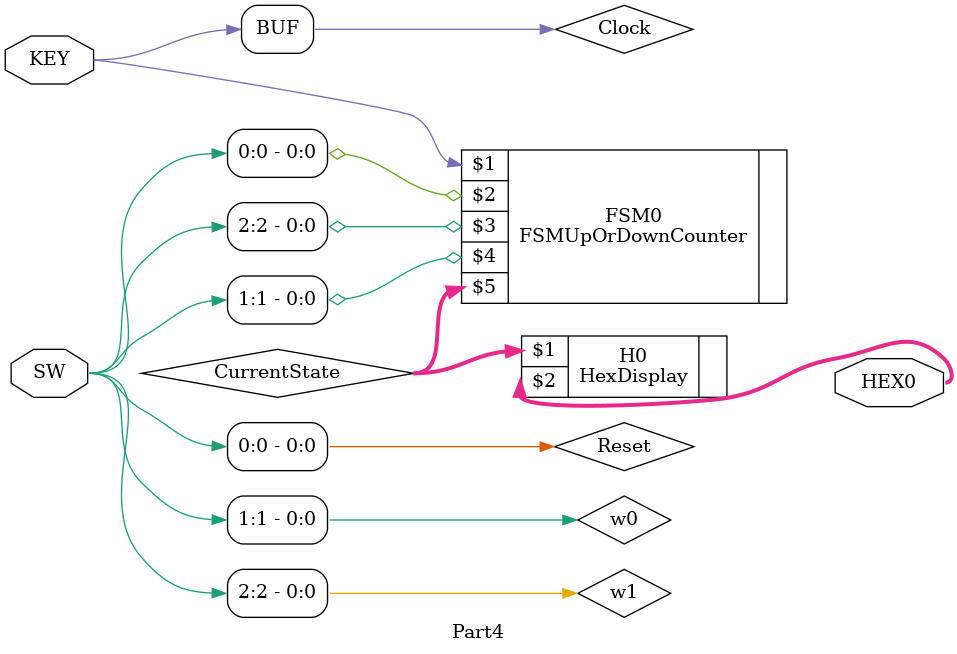
<source format=v>

module Part4 (KEY, SW, HEX0);
   input [0:0] KEY;              // KEY0 to activate clock
   input [2:0] SW;               // SW0 = synchronous reset, SW1 = w0 input, SW2 = w1 input
   output [0:6] HEX0;            // HEX0 to output the current number
   
   wire w1, w0, Reset, Clock;    // Wires used to make code cleaner
   assign Clock = KEY[0];        // Wires used to make code cleaner
   assign Reset = SW[0];         // Wires used to make code cleaner
   assign w1 = SW[2];            // Wires used to make code cleaner
   assign w0 = SW[1];            // Wires used to make code cleaner
   
   wire [3:0] CurrentState;      // Used to make Quartus recognize the State Machine
   
   FSMUpOrDownCounter FSM0(Clock, Reset, w1, w0, CurrentState);
   
   HexDisplay H0(CurrentState, HEX0);
endmodule

</source>
